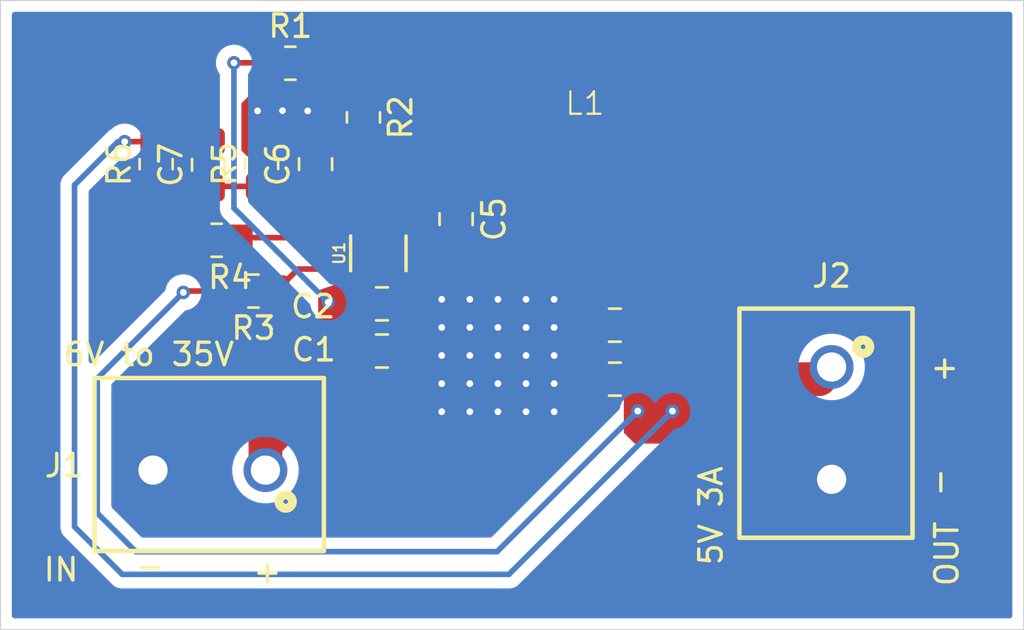
<source format=kicad_pcb>
(kicad_pcb (version 20241229) (generator "pcbnew") (generator_version "9.0")
  (layers (0 "F.Cu" signal) (2 "B.Cu" signal) (13 "F.Paste" user) (15 "B.Paste" user) (5 "F.SilkS" user "F.Silkscreen") (7 "B.SilkS" user "B.Silkscreen") (1 "F.Mask" user) (3 "B.Mask" user) (25 "Edge.Cuts" user))
  (net 0 "")
  (net 1 "Net-(J1-VIN)")
  (net 2 "GND")
  (net 3 "Net-(J2-VIN)")
  (net 4 "Net-(U1-SW)")
  (net 5 "Net-(U1-BST)")
  (net 6 "Net-(U1-SS)")
  (net 7 "Net-(C7-Pad1)")
  (net 8 "Net-(U1-EN)")
  (net 9 "Net-(U1-PG)")
  (net 10 "Net-(U1-FB)")
  (footprint "Capacitor_SMD:C_0805_2012Metric_Pad1.18x1.45mm_HandSolder" (layer "F.Cu") (at 148.5725 73.85 180)
    (property "Reference" "C4" (hide yes))
    (property "Value" "22uF")
    (fp_line (start -0.261252 0.735) (end 0.261252 0.735) (stroke (width 0.12)) (layer "F.SilkS"))
    (fp_line (start -0.261252 -0.735) (end 0.261252 -0.735) (stroke (width 0.12)) (layer "F.SilkS"))
    (pad "1" smd roundrect (at -1.0375 0 180) (size 1.175 1.45) (layers "F.Cu" "F.Mask" "F.Paste") (roundrect_rratio 0.212766) (net 3 "Net-(J2-VIN)"))
    (pad "2" smd roundrect (at 1.0375 0 180) (size 1.175 1.45) (layers "F.Cu" "F.Mask" "F.Paste") (roundrect_rratio 0.212766) (net 2 "GND"))
  )
  (footprint "Resistor_SMD:R_0805_2012Metric_Pad1.20x1.40mm_HandSolder" (layer "F.Cu") (at 132.5 69.93 180)
    (property "Reference" "R3" (at 0 -1.65 0) (layer "F.SilkS"))
    (property "Value" "10k")
    (fp_line (start -0.227064 0.735) (end 0.227064 0.735) (stroke (width 0.12)) (layer "F.SilkS"))
    (fp_line (start -0.227064 -0.735) (end 0.227064 -0.735) (stroke (width 0.12)) (layer "F.SilkS"))
    (pad "1" smd roundrect (at -1 0 180) (size 1.2 1.4) (layers "F.Cu" "F.Mask" "F.Paste") (roundrect_rratio 0.208333) (net 9 "Net-(U1-PG)"))
    (pad "2" smd roundrect (at 1 0 180) (size 1.2 1.4) (layers "F.Cu" "F.Mask" "F.Paste") (roundrect_rratio 0.208333) (net 3 "Net-(J2-VIN)"))
  )
  (footprint "Capacitor_SMD:C_0805_2012Metric_Pad1.18x1.45mm_HandSolder" (layer "F.Cu") (at 135.26 64.2825 90)
    (property "Reference" "C6" (at 0 -1.68 90) (layer "F.SilkS"))
    (property "Value" "22nF")
    (fp_line (start -0.261252 -0.735) (end 0.261252 -0.735) (stroke (width 0.12)) (layer "F.SilkS"))
    (fp_line (start -0.261252 0.735) (end 0.261252 0.735) (stroke (width 0.12)) (layer "F.SilkS"))
    (pad "1" smd roundrect (at -1.0375 0 90) (size 1.175 1.45) (layers "F.Cu" "F.Mask" "F.Paste") (roundrect_rratio 0.212766) (net 6 "Net-(U1-SS)"))
    (pad "2" smd roundrect (at 1.0375 0 90) (size 1.175 1.45) (layers "F.Cu" "F.Mask" "F.Paste") (roundrect_rratio 0.212766) (net 2 "GND"))
  )
  (footprint "Capacitor_SMD:C_0805_2012Metric_Pad1.18x1.45mm_HandSolder" (layer "F.Cu") (at 141.51 66.73 -90)
    (property "Reference" "C5" (at 0 -1.68 90) (layer "F.SilkS"))
    (property "Value" "0.1uF")
    (fp_line (start -0.261252 0.735) (end 0.261252 0.735) (stroke (width 0.12)) (layer "F.SilkS"))
    (fp_line (start -0.261252 -0.735) (end 0.261252 -0.735) (stroke (width 0.12)) (layer "F.SilkS"))
    (pad "1" smd roundrect (at -1.0375 0 270) (size 1.175 1.45) (layers "F.Cu" "F.Mask" "F.Paste") (roundrect_rratio 0.212766) (net 5 "Net-(U1-BST)"))
    (pad "2" smd roundrect (at 1.0375 0 270) (size 1.175 1.45) (layers "F.Cu" "F.Mask" "F.Paste") (roundrect_rratio 0.212766) (net 4 "Net-(U1-SW)"))
  )
  (footprint "Resistor_SMD:R_0805_2012Metric_Pad1.20x1.40mm_HandSolder" (layer "F.Cu") (at 134.14 59.79)
    (property "Reference" "R1" (at 0 -1.65 0) (layer "F.SilkS"))
    (property "Value" "191k")
    (fp_line (start -0.227064 -0.735) (end 0.227064 -0.735) (stroke (width 0.12)) (layer "F.SilkS"))
    (fp_line (start -0.227064 0.735) (end 0.227064 0.735) (stroke (width 0.12)) (layer "F.SilkS"))
    (pad "1" smd roundrect (at -1 0) (size 1.2 1.4) (layers "F.Cu" "F.Mask" "F.Paste") (roundrect_rratio 0.208333) (net 1 "Net-(J1-VIN)"))
    (pad "2" smd roundrect (at 1 0) (size 1.2 1.4) (layers "F.Cu" "F.Mask" "F.Paste") (roundrect_rratio 0.208333) (net 8 "Net-(U1-EN)"))
  )
  (footprint "AlphaF:SOT583_MP2338_MNP-L" (layer "F.Cu") (at 138.0515 68.250001 90)
    (property "Reference" "U1" (at 0.000001 -1.7415 90) (layer "F.SilkS") (effects (font (size 0.5 0.5) (thickness 0.1) (bold yes))))
    (property "Value" "MP2338GTL-Z")
    (fp_line (start 0.7747 -1.2319) (end -0.7747 -1.2319) (stroke (width 0.1524)) (layer "F.SilkS"))
    (fp_line (start -0.7747 1.2319) (end 0.7747 1.2319) (stroke (width 0.1524)) (layer "F.SilkS"))
    (pad "1" smd rect (at -0.6985 -0.750001 90) (size 0.508 0.2286) (layers "F.Cu" "F.Mask" "F.Paste") (net 9 "Net-(U1-PG)"))
    (pad "2" smd rect (at -0.6985 -0.25 90) (size 0.508 0.2286) (layers "F.Cu" "F.Mask" "F.Paste") (net 1 "Net-(J1-VIN)"))
    (pad "3" smd rect (at -0.6985 0.25 90) (size 0.508 0.2286) (layers "F.Cu" "F.Mask" "F.Paste") (net 4 "Net-(U1-SW)"))
    (pad "4" smd rect (at -0.6985 0.750001 90) (size 0.508 0.2286) (layers "F.Cu" "F.Mask" "F.Paste") (net 2 "GND"))
    (pad "5" smd rect (at 0.6985 0.750001 90) (size 0.508 0.2286) (layers "F.Cu" "F.Mask" "F.Paste") (net 5 "Net-(U1-BST)"))
    (pad "6" smd rect (at 0.6985 0.25 90) (size 0.508 0.2286) (layers "F.Cu" "F.Mask" "F.Paste") (net 8 "Net-(U1-EN)"))
    (pad "7" smd rect (at 0.6985 -0.25 90) (size 0.508 0.2286) (layers "F.Cu" "F.Mask" "F.Paste") (net 6 "Net-(U1-SS)"))
    (pad "8" smd rect (at 0.6985 -0.750001 90) (size 0.508 0.2286) (layers "F.Cu" "F.Mask" "F.Paste") (net 10 "Net-(U1-FB)"))
  )
  (footprint "Resistor_SMD:R_0805_2012Metric_Pad1.20x1.40mm_HandSolder" (layer "F.Cu") (at 132.86 64.27 90)
    (property "Reference" "R5" (at 0 -1.65 90) (layer "F.SilkS"))
    (property "Value" "10k")
    (fp_line (start -0.227064 -0.735) (end 0.227064 -0.735) (stroke (width 0.12)) (layer "F.SilkS"))
    (fp_line (start -0.227064 0.735) (end 0.227064 0.735) (stroke (width 0.12)) (layer "F.SilkS"))
    (pad "1" smd roundrect (at -1 0 90) (size 1.2 1.4) (layers "F.Cu" "F.Mask" "F.Paste") (roundrect_rratio 0.208333) (net 7 "Net-(C7-Pad1)"))
    (pad "2" smd roundrect (at 1 0 90) (size 1.2 1.4) (layers "F.Cu" "F.Mask" "F.Paste") (roundrect_rratio 0.208333) (net 2 "GND"))
  )
  (footprint "Capacitor_SMD:C_0805_2012Metric_Pad1.18x1.45mm_HandSolder" (layer "F.Cu") (at 138.2125 72.6)
    (property "Reference" "C1" (at -3.0325 -0.06 0) (layer "F.SilkS"))
    (property "Value" "22uF")
    (fp_line (start -0.261252 -0.735) (end 0.261252 -0.735) (stroke (width 0.12)) (layer "F.SilkS"))
    (fp_line (start -0.261252 0.735) (end 0.261252 0.735) (stroke (width 0.12)) (layer "F.SilkS"))
    (pad "1" smd roundrect (at -1.0375 0) (size 1.175 1.45) (layers "F.Cu" "F.Mask" "F.Paste") (roundrect_rratio 0.212766) (net 1 "Net-(J1-VIN)"))
    (pad "2" smd roundrect (at 1.0375 0) (size 1.175 1.45) (layers "F.Cu" "F.Mask" "F.Paste") (roundrect_rratio 0.212766) (net 2 "GND"))
  )
  (footprint "AlphaF:screw terminal" (layer "F.Cu") (at 158.21 75.81 -90)
    (property "Reference" "J2" (at -6.55 0 0) (layer "F.SilkS"))
    (property "Value" "5V 3A" (at 4.12 5.365 90) (layer "F.SilkS"))
    (fp_line (start -5.1 4.1) (end -5.1 -3.6) (stroke (width 0.2)) (layer "F.SilkS"))
    (fp_line (start 5.1 4.1) (end -5.1 4.1) (stroke (width 0.2)) (layer "F.SilkS"))
    (fp_line (start -5.1 -3.6) (end 5.1 -3.6) (stroke (width 0.2)) (layer "F.SilkS"))
    (fp_line (start 5.1 -3.6) (end 5.1 4.1) (stroke (width 0.2)) (layer "F.SilkS"))
    (fp_circle (center -3.4 -1.4) (end -3.3 -1.4) (stroke (width 0.4)) (fill no) (layer "F.SilkS"))
    (pad "1" thru_hole circle (at -2.5 0 270) (size 1.95 1.95) (drill 1.3) (layers "*.Cu" "*.Mask") (net 3 "Net-(J2-VIN)"))
    (pad "2" thru_hole circle (at 2.5 0 270) (size 1.95 1.95) (drill 1.3) (layers "*.Cu" "*.Mask") (net 2 "GND"))
  )
  (footprint "Resistor_SMD:R_0805_2012Metric_Pad1.20x1.40mm_HandSolder" (layer "F.Cu") (at 137.39 62.2 -90)
    (property "Reference" "R2" (at 0 -1.65 90) (layer "F.SilkS"))
    (property "Value" "49.9k")
    (fp_line (start -0.227064 0.735) (end 0.227064 0.735) (stroke (width 0.12)) (layer "F.SilkS"))
    (fp_line (start -0.227064 -0.735) (end 0.227064 -0.735) (stroke (width 0.12)) (layer "F.SilkS"))
    (pad "1" smd roundrect (at -1 0 270) (size 1.2 1.4) (layers "F.Cu" "F.Mask" "F.Paste") (roundrect_rratio 0.208333) (net 8 "Net-(U1-EN)"))
    (pad "2" smd roundrect (at 1 0 270) (size 1.2 1.4) (layers "F.Cu" "F.Mask" "F.Paste") (roundrect_rratio 0.208333) (net 2 "GND"))
  )
  (footprint "Capacitor_SMD:C_0805_2012Metric_Pad1.18x1.45mm_HandSolder" (layer "F.Cu") (at 130.5 64.31 90)
    (property "Reference" "C7" (at 0 -1.68 90) (layer "F.SilkS"))
    (property "Value" "300 pF")
    (fp_line (start -0.261252 -0.735) (end 0.261252 -0.735) (stroke (width 0.12)) (layer "F.SilkS"))
    (fp_line (start -0.261252 0.735) (end 0.261252 0.735) (stroke (width 0.12)) (layer "F.SilkS"))
    (pad "1" smd roundrect (at -1.0375 0 90) (size 1.175 1.45) (layers "F.Cu" "F.Mask" "F.Paste") (roundrect_rratio 0.212766) (net 7 "Net-(C7-Pad1)"))
    (pad "2" smd roundrect (at 1.0375 0 90) (size 1.175 1.45) (layers "F.Cu" "F.Mask" "F.Paste") (roundrect_rratio 0.212766) (net 3 "Net-(J2-VIN)"))
  )
  (footprint "Capacitor_SMD:C_0805_2012Metric_Pad1.18x1.45mm_HandSolder" (layer "F.Cu") (at 138.2125 70.5)
    (property "Reference" "C2" (at -3.0625 0.12 0) (layer "F.SilkS"))
    (property "Value" "0.1uF")
    (fp_line (start -0.261252 -0.735) (end 0.261252 -0.735) (stroke (width 0.12)) (layer "F.SilkS"))
    (fp_line (start -0.261252 0.735) (end 0.261252 0.735) (stroke (width 0.12)) (layer "F.SilkS"))
    (pad "1" smd roundrect (at -1.0375 0) (size 1.175 1.45) (layers "F.Cu" "F.Mask" "F.Paste") (roundrect_rratio 0.212766) (net 1 "Net-(J1-VIN)"))
    (pad "2" smd roundrect (at 1.0375 0) (size 1.175 1.45) (layers "F.Cu" "F.Mask" "F.Paste") (roundrect_rratio 0.212766) (net 2 "GND"))
  )
  (footprint "AlphaF:screw terminal" (layer "F.Cu") (at 130.53 77.9 180)
    (property "Reference" "J1" (at 6.45 0.2 0) (layer "F.SilkS"))
    (property "Value" "6V to 35V" (at 2.69 5.15 0) (layer "F.SilkS"))
    (fp_line (start 5.1 4.1) (end -5.1 4.1) (stroke (width 0.2)) (layer "F.SilkS"))
    (fp_line (start 5.1 -3.6) (end 5.1 4.1) (stroke (width 0.2)) (layer "F.SilkS"))
    (fp_line (start -5.1 4.1) (end -5.1 -3.6) (stroke (width 0.2)) (layer "F.SilkS"))
    (fp_line (start -5.1 -3.6) (end 5.1 -3.6) (stroke (width 0.2)) (layer "F.SilkS"))
    (fp_circle (center -3.4 -1.4) (end -3.3 -1.4) (stroke (width 0.4)) (fill no) (layer "F.SilkS"))
    (pad "1" thru_hole circle (at -2.5 0 180) (size 1.95 1.95) (drill 1.3) (layers "*.Cu" "*.Mask") (net 1 "Net-(J1-VIN)"))
    (pad "2" thru_hole circle (at 2.5 0 180) (size 1.95 1.95) (drill 1.3) (layers "*.Cu" "*.Mask") (net 2 "GND"))
  )
  (footprint "Capacitor_SMD:C_0805_2012Metric_Pad1.18x1.45mm_HandSolder" (layer "F.Cu") (at 148.5725 71.45 180)
    (property "Reference" "C3" (hide yes))
    (property "Value" "22uF")
    (fp_line (start -0.261252 0.735) (end 0.261252 0.735) (stroke (width 0.12)) (layer "F.SilkS"))
    (fp_line (start -0.261252 -0.735) (end 0.261252 -0.735) (stroke (width 0.12)) (layer "F.SilkS"))
    (pad "1" smd roundrect (at -1.0375 0 180) (size 1.175 1.45) (layers "F.Cu" "F.Mask" "F.Paste") (roundrect_rratio 0.212766) (net 3 "Net-(J2-VIN)"))
    (pad "2" smd roundrect (at 1.0375 0 180) (size 1.175 1.45) (layers "F.Cu" "F.Mask" "F.Paste") (roundrect_rratio 0.212766) (net 2 "GND"))
  )
  (footprint "AlphaF:inductor" (layer "F.Cu") (at 147.235 66.58)
    (property "Reference" "L1" (at 0 -5 0) (layer "F.SilkS") (effects (font (thickness 0.1))))
    (property "Value" "6.8 uH")
    (pad "1" smd rect (at -3.025 0) (size 2.35 3.5) (layers "F.Cu" "F.Mask" "F.Paste") (net 4 "Net-(U1-SW)"))
    (pad "2" smd rect (at 3.025 0) (size 2.35 3.5) (layers "F.Cu" "F.Mask" "F.Paste") (net 3 "Net-(J2-VIN)"))
  )
  (footprint "Resistor_SMD:R_0805_2012Metric_Pad1.20x1.40mm_HandSolder" (layer "F.Cu") (at 128.17 64.28 90)
    (property "Reference" "R6" (at 0 -1.65 90) (layer "F.SilkS"))
    (property "Value" "90.9k")
    (fp_line (start -0.227064 -0.735) (end 0.227064 -0.735) (stroke (width 0.12)) (layer "F.SilkS"))
    (fp_line (start -0.227064 0.735) (end 0.227064 0.735) (stroke (width 0.12)) (layer "F.SilkS"))
    (pad "1" smd roundrect (at -1 0 90) (size 1.2 1.4) (layers "F.Cu" "F.Mask" "F.Paste") (roundrect_rratio 0.208333) (net 7 "Net-(C7-Pad1)"))
    (pad "2" smd roundrect (at 1 0 90) (size 1.2 1.4) (layers "F.Cu" "F.Mask" "F.Paste") (roundrect_rratio 0.208333) (net 3 "Net-(J2-VIN)"))
  )
  (footprint "Resistor_SMD:R_0805_2012Metric_Pad1.20x1.40mm_HandSolder" (layer "F.Cu") (at 130.86 67.67 180)
    (property "Reference" "R4" (at -0.6 -1.65 0) (layer "F.SilkS"))
    (property "Value" "10k")
    (fp_line (start -0.227064 0.735) (end 0.227064 0.735) (stroke (width 0.12)) (layer "F.SilkS"))
    (fp_line (start -0.227064 -0.735) (end 0.227064 -0.735) (stroke (width 0.12)) (layer "F.SilkS"))
    (pad "1" smd roundrect (at -1 0 180) (size 1.2 1.4) (layers "F.Cu" "F.Mask" "F.Paste") (roundrect_rratio 0.208333) (net 10 "Net-(U1-FB)"))
    (pad "2" smd roundrect (at 1 0 180) (size 1.2 1.4) (layers "F.Cu" "F.Mask" "F.Paste") (roundrect_rratio 0.208333) (net 7 "Net-(C7-Pad1)"))
  )
  (gr_rect (start 121.25 57) (end 166.75 85) (stroke (width 0.05)) (fill no) (layer "Edge.Cuts"))
  (gr_text "IN" (at 123.08 82.92 0) (layer "F.SilkS") (effects (font (size 1 1)) (justify left bottom)))
  (gr_text "-\n" (at 163.58 79.16 90) (layer "F.SilkS") (effects (font (size 1 1)) (justify left bottom)))
  (gr_text "+" (at 162.52 73.89 0) (layer "F.SilkS") (effects (font (size 1 1)) (justify left bottom)))
  (gr_text "-\n" (at 127.17 82.76 0) (layer "F.SilkS") (effects (font (size 1 1)) (justify left bottom)))
  (gr_text "+" (at 132.4 83 0) (layer "F.SilkS") (effects (font (size 1 1)) (justify left bottom)))
  (gr_text "OUT\n" (at 163.92 83.15 90) (layer "F.SilkS") (effects (font (size 1 1)) (justify left bottom)))
  (segment (start 133.03 76.745) (end 137.175 72.6) (width 1.5) (layer "F.Cu") (net 1))
  (segment (start 133.12 59.77) (end 133.14 59.79) (width 0.25) (layer "F.Cu") (net 1))
  (segment (start 133.03 77.9) (end 133.03 76.745) (width 1.5) (layer "F.Cu") (net 1))
  (segment (start 131.63 59.77) (end 133.12 59.77) (width 0.25) (layer "F.Cu") (net 1))
  (via (at 131.63 59.77) (size 0.6) (drill 0.3) (layers "F.Cu" "B.Cu") (net 1))
  (via (at 135.82 70.43) (size 0.6) (drill 0.3) (layers "F.Cu" "B.Cu") (net 1))
  (segment (start 131.63 66.24) (end 135.82 70.43) (width 0.25) (layer "B.Cu") (net 1))
  (segment (start 131.63 59.77) (end 131.63 66.24) (width 0.25) (layer "B.Cu") (net 1))
  (via (at 142.12 70.3) (size 0.6) (drill 0.3) (layers "F.Cu" "B.Cu") (net 2))
  (via (at 140.87 70.3) (size 0.6) (drill 0.3) (layers "F.Cu" "B.Cu") (net 2))
  (via (at 142.12 72.8) (size 0.6) (drill 0.3) (layers "F.Cu" "B.Cu") (net 2))
  (via (at 140.87 75.3) (size 0.6) (drill 0.3) (layers "F.Cu" "B.Cu") (net 2))
  (via (at 134.91 61.91) (size 0.6) (drill 0.3) (layers "F.Cu" "B.Cu") (net 2))
  (via (at 143.37 70.3) (size 0.6) (drill 0.3) (layers "F.Cu" "B.Cu") (net 2))
  (via (at 145.87 75.3) (size 0.6) (drill 0.3) (layers "F.Cu" "B.Cu") (net 2))
  (via (at 142.12 71.55) (size 0.6) (drill 0.3) (layers "F.Cu" "B.Cu") (net 2))
  (via (at 145.87 70.3) (size 0.6) (drill 0.3) (layers "F.Cu" "B.Cu") (net 2))
  (via (at 143.37 75.3) (size 0.6) (drill 0.3) (layers "F.Cu" "B.Cu") (net 2))
  (via (at 145.87 74.05) (size 0.6) (drill 0.3) (layers "F.Cu" "B.Cu") (net 2))
  (via (at 142.12 75.3) (size 0.6) (drill 0.3) (layers "F.Cu" "B.Cu") (net 2))
  (via (at 140.87 71.55) (size 0.6) (drill 0.3) (layers "F.Cu" "B.Cu") (net 2))
  (via (at 133.79 61.9) (size 0.6) (drill 0.3) (layers "F.Cu" "B.Cu") (net 2))
  (via (at 145.87 71.55) (size 0.6) (drill 0.3) (layers "F.Cu" "B.Cu") (net 2))
  (via (at 145.87 72.8) (size 0.6) (drill 0.3) (layers "F.Cu" "B.Cu") (net 2))
  (via (at 144.62 75.3) (size 0.6) (drill 0.3) (layers "F.Cu" "B.Cu") (net 2))
  (via (at 143.37 74.05) (size 0.6) (drill 0.3) (layers "F.Cu" "B.Cu") (net 2))
  (via (at 144.62 74.05) (size 0.6) (drill 0.3) (layers "F.Cu" "B.Cu") (net 2))
  (via (at 142.12 74.05) (size 0.6) (drill 0.3) (layers "F.Cu" "B.Cu") (net 2))
  (via (at 140.87 74.05) (size 0.6) (drill 0.3) (layers "F.Cu" "B.Cu") (net 2))
  (via (at 144.62 70.3) (size 0.6) (drill 0.3) (layers "F.Cu" "B.Cu") (net 2))
  (via (at 144.62 71.55) (size 0.6) (drill 0.3) (layers "F.Cu" "B.Cu") (net 2))
  (via (at 144.62 72.8) (size 0.6) (drill 0.3) (layers "F.Cu" "B.Cu") (net 2))
  (via (at 143.37 72.8) (size 0.6) (drill 0.3) (layers "F.Cu" "B.Cu") (net 2))
  (via (at 143.37 71.55) (size 0.6) (drill 0.3) (layers "F.Cu" "B.Cu") (net 2))
  (via (at 140.87 72.8) (size 0.6) (drill 0.3) (layers "F.Cu" "B.Cu") (net 2))
  (via (at 132.68 61.91) (size 0.6) (drill 0.3) (layers "F.Cu" "B.Cu") (net 2))
  (segment (start 128.17 63.28) (end 130.4925 63.28) (width 0.25) (layer "F.Cu") (net 3))
  (segment (start 130.4925 63.28) (end 130.5 63.2725) (width 0.25) (layer "F.Cu") (net 3))
  (segment (start 129.44 69.93) (end 131.5 69.93) (width 0.25) (layer "F.Cu") (net 3))
  (segment (start 149.61 73.85) (end 157.67 73.85) (width 1.5) (layer "F.Cu") (net 3))
  (segment (start 129.38 69.99) (end 129.44 69.93) (width 0.25) (layer "F.Cu") (net 3))
  (segment (start 157.67 73.85) (end 158.21 73.31) (width 1.5) (layer "F.Cu") (net 3))
  (segment (start 126.77 63.28) (end 128.17 63.28) (width 0.25) (layer "F.Cu") (net 3))
  (via (at 149.59 75.27) (size 0.6) (drill 0.3) (layers "F.Cu" "B.Cu") (net 3))
  (via (at 126.77 63.28) (size 0.6) (drill 0.3) (layers "F.Cu" "B.Cu") (net 3))
  (via (at 151.13 75.27) (size 0.6) (drill 0.3) (layers "F.Cu" "B.Cu") (net 3))
  (via (at 129.38 69.99) (size 0.6) (drill 0.3) (layers "F.Cu" "B.Cu") (net 3))
  (segment (start 125.55 79.81) (end 125.55 73.82) (width 0.25) (layer "B.Cu") (net 3))
  (segment (start 127.27 81.53) (end 125.55 79.81) (width 0.25) (layer "B.Cu") (net 3))
  (segment (start 126.66 82.54) (end 124.54 80.42) (width 0.25) (layer "B.Cu") (net 3))
  (segment (start 124.54 65.21) (end 126.47 63.28) (width 0.25) (layer "B.Cu") (net 3))
  (segment (start 125.55 73.82) (end 129.38 69.99) (width 0.25) (layer "B.Cu") (net 3))
  (segment (start 126.47 63.28) (end 126.77 63.28) (width 0.25) (layer "B.Cu") (net 3))
  (segment (start 143.86 82.54) (end 126.66 82.54) (width 0.25) (layer "B.Cu") (net 3))
  (segment (start 124.54 80.42) (end 124.54 65.21) (width 0.25) (layer "B.Cu") (net 3))
  (segment (start 143.33 81.53) (end 127.27 81.53) (width 0.25) (layer "B.Cu") (net 3))
  (segment (start 149.59 75.27) (end 143.33 81.53) (width 0.25) (layer "B.Cu") (net 3))
  (segment (start 151.13 75.27) (end 143.86 82.54) (width 0.25) (layer "B.Cu") (net 3))
  (segment (start 140.3375 65.6925) (end 138.8668 67.1632) (width 0.3) (layer "F.Cu") (net 5))
  (segment (start 141.51 65.6925) (end 140.3375 65.6925) (width 0.3) (layer "F.Cu") (net 5))
  (segment (start 138.8668 67.1632) (end 138.8668 67.551501) (width 0.3) (layer "F.Cu") (net 5))
  (segment (start 137.8015 67.551501) (end 137.8015 67.1785) (width 0.25) (layer "F.Cu") (net 6))
  (segment (start 137.443 66.82) (end 135.77 66.82) (width 0.25) (layer "F.Cu") (net 6))
  (segment (start 135.26 66.3) (end 135.26 65.32) (width 0.25) (layer "F.Cu") (net 6))
  (segment (start 135.77 66.81) (end 135.26 66.3) (width 0.25) (layer "F.Cu") (net 6))
  (segment (start 137.8015 67.1785) (end 137.443 66.82) (width 0.25) (layer "F.Cu") (net 6))
  (segment (start 135.77 66.82) (end 135.77 66.81) (width 0.25) (layer "F.Cu") (net 6))
  (segment (start 128.17 65.28) (end 130.4325 65.28) (width 0.25) (layer "F.Cu") (net 7))
  (segment (start 130.5 66.74) (end 130.5 65.3475) (width 0.25) (layer "F.Cu") (net 7))
  (segment (start 130.4325 65.28) (end 130.5 65.3475) (width 0.25) (layer "F.Cu") (net 7))
  (segment (start 130.5775 65.27) (end 130.5 65.3475) (width 0.25) (layer "F.Cu") (net 7))
  (segment (start 129.86 67.38) (end 130.5 66.74) (width 0.25) (layer "F.Cu") (net 7))
  (segment (start 132.86 65.27) (end 130.5775 65.27) (width 0.25) (layer "F.Cu") (net 7))
  (segment (start 129.86 67.67) (end 129.86 67.38) (width 0.25) (layer "F.Cu") (net 7))
  (segment (start 137.77 61.2) (end 138.73 62.16) (width 0.25) (layer "F.Cu") (net 8))
  (segment (start 138.73 62.16) (end 138.73 64.6) (width 0.25) (layer "F.Cu") (net 8))
  (segment (start 137.39 61.2) (end 137.77 61.2) (width 0.25) (layer "F.Cu") (net 8))
  (segment (start 135.98 59.79) (end 137.39 61.2) (width 0.25) (layer "F.Cu") (net 8))
  (segment (start 138.73 64.6) (end 138.3015 65.0285) (width 0.25) (layer "F.Cu") (net 8))
  (segment (start 138.3015 65.0285) (end 138.3015 67.551501) (width 0.25) (layer "F.Cu") (net 8))
  (segment (start 135.14 59.79) (end 135.98 59.79) (width 0.25) (layer "F.Cu") (net 8))
  (segment (start 134.481499 68.948501) (end 133.5 69.93) (width 0.25) (layer "F.Cu") (net 9))
  (segment (start 137.301499 68.948501) (end 134.481499 68.948501) (width 0.25) (layer "F.Cu") (net 9))
  (segment (start 137.301499 67.551501) (end 131.978499 67.551501) (width 0.25) (layer "F.Cu") (net 10))
  (segment (start 131.978499 67.551501) (end 131.86 67.67) (width 0.25) (layer "F.Cu") (net 10))
  (zone (net 4) (net_name "Net-(U1-SW)") (layer "F.Cu") (priority 4) (connect_pads yes (clearance 0)) (min_thickness 0.025) (fill yes (thermal_gap 0.5) (thermal_bridge_width 0.5))
    (polygon (pts (xy 138.41 69.2) (xy 138.41 68.66) (xy 138.63 68.44) (xy 145.59 68.44) (xy 145.92 68.11) (xy 145.92 64.73) (xy 145.68 64.49) (xy 142.93 64.49) (xy 142.7 64.72) (xy 142.7 66.48) (xy 140.27 67.25) (xy 139.14 68.04) (xy 139.04 68.1) (xy 138.41 68.18) (xy 138.19 68.4) (xy 138.19 69.2)))
  )
  (zone (net 1) (net_name "Net-(J1-VIN)") (layer "F.Cu") (priority 1) (connect_pads yes (clearance 0)) (min_thickness 0.025) (fill yes (thermal_gap 0.5) (thermal_bridge_width 0.5))
    (polygon (pts (xy 137.91 68.7) (xy 137.69 68.7) (xy 137.69 69.38) (xy 137.45 69.62) (xy 136.19 69.62) (xy 135.37 69.9) (xy 135.39 72.98) (xy 136.67 74.26) (xy 137.37 74.26) (xy 138.03 73.6) (xy 138.03 69.49) (xy 137.91 69.37)))
  )
  (zone (net 3) (net_name "Net-(J2-VIN)") (layer "F.Cu") (priority 2) (connect_pads yes (clearance 0)) (min_thickness 0.025) (fill yes (thermal_gap 0.5) (thermal_bridge_width 0.5))
    (polygon (pts (xy 149.3 64.01) (xy 148.97 64.34) (xy 148.97 76.24) (xy 149.45 76.72) (xy 152.64 76.72) (xy 153.31 76.05) (xy 153.31 64.45) (xy 152.87 64.01)))
  )
  (zone (net 2) (net_name "GND") (layer "F.Cu") (priority 3) (connect_pads yes (clearance 0)) (min_thickness 0.025) (fill yes (thermal_gap 0.5) (thermal_bridge_width 0.5))
    (polygon (pts (xy 138.69 68.62) (xy 138.99 68.62) (xy 139.95 69.58) (xy 147.6 69.58) (xy 148.21 70.19) (xy 148.21 75.64) (xy 147.57 76.28) (xy 139.26 76.28) (xy 138.36 75.38) (xy 138.36 69.71) (xy 138.69 69.38)))
  )
  (zone (net 2) (net_name "GND") (layer "F.Cu") (priority 5) (connect_pads yes (clearance 0)) (min_thickness 0.025) (fill yes (thermal_gap 0.5) (thermal_bridge_width 0.5))
    (polygon (pts (xy 138.37 63.65) (xy 138.09 63.93) (xy 132.21 63.93) (xy 131.96 63.68) (xy 131.96 61.57) (xy 132.26 61.27) (xy 135.3 61.27) (xy 136.52 62.49) (xy 137.98 62.49) (xy 138.02 62.51) (xy 138.37 62.86)))
  )
  (zone (net 2) (net_name "GND") (layer "B.Cu") (connect_pads yes (clearance 0.5)) (min_thickness 0.25) (fill yes (thermal_gap 0.5) (thermal_bridge_width 0.5))
    (polygon (pts (xy 121.25 57) (xy 166.75 57) (xy 166.75 85) (xy 121.25 85)))
  )
)
</source>
